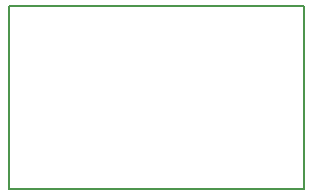
<source format=gko>
G04*
G04 #@! TF.GenerationSoftware,Altium Limited,Altium Designer,21.2.1 (34)*
G04*
G04 Layer_Color=16711935*
%FSTAX24Y24*%
%MOIN*%
G70*
G04*
G04 #@! TF.SameCoordinates,A22D48CB-26DB-4B69-BEBB-7B905E74D0D0*
G04*
G04*
G04 #@! TF.FilePolarity,Positive*
G04*
G01*
G75*
%ADD11C,0.0079*%
D11*
X09427Y031232D02*
X104113D01*
Y02513D02*
Y031232D01*
X09427Y02513D02*
Y031232D01*
Y02513D02*
X104113D01*
M02*

</source>
